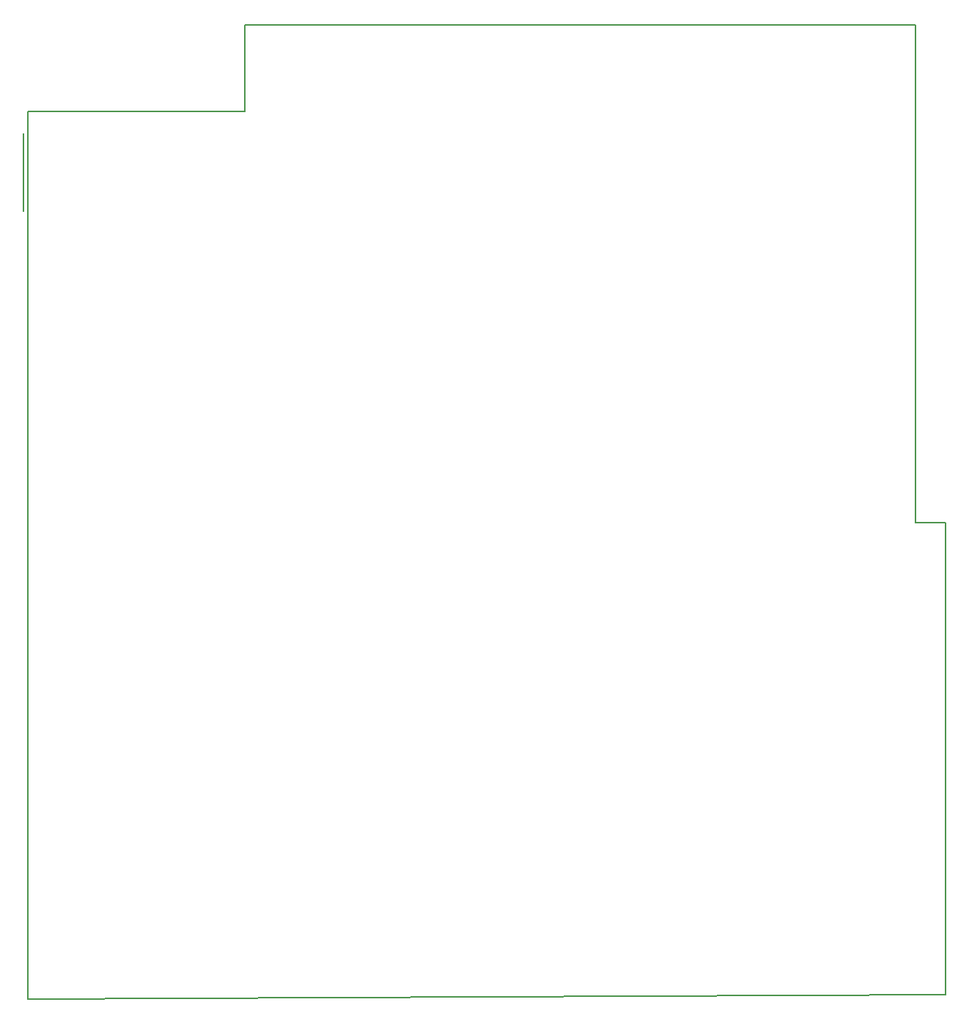
<source format=gm1>
G04 #@! TF.FileFunction,Profile,NP*
%FSLAX46Y46*%
G04 Gerber Fmt 4.6, Leading zero omitted, Abs format (unit mm)*
G04 Created by KiCad (PCBNEW 4.0.2+dfsg1-stable) date ma. 28. mai 2018 kl. 15.54 +0200*
%MOMM*%
G01*
G04 APERTURE LIST*
%ADD10C,0.100000*%
%ADD11C,0.150000*%
G04 APERTURE END LIST*
D10*
D11*
X188500000Y-32000000D02*
X263000000Y-32000000D01*
X263000000Y-32500000D02*
X263000000Y-32000000D01*
X263000000Y-89500000D02*
X263000000Y-32500000D01*
X266500000Y-89500000D02*
X263000000Y-89500000D01*
X266500000Y-144000000D02*
X266500000Y-89500000D01*
X160500000Y-144500000D02*
X266500000Y-144000000D01*
X160500000Y-42000000D02*
X160500000Y-144500000D01*
X161000000Y-42000000D02*
X160500000Y-42000000D01*
X185500000Y-42000000D02*
X161000000Y-42000000D01*
X185500000Y-32000000D02*
X185500000Y-42000000D01*
X188500000Y-32000000D02*
X185500000Y-32000000D01*
X160000000Y-53500000D02*
X160000000Y-44500000D01*
M02*

</source>
